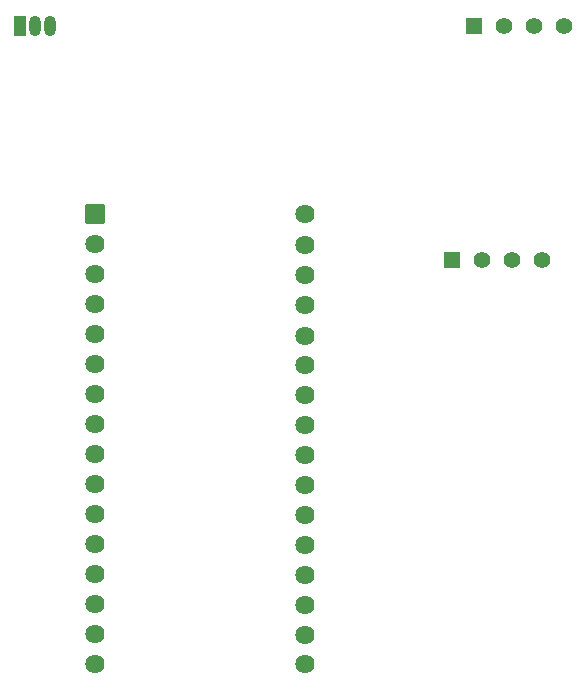
<source format=gbs>
G04 Layer: BottomSolderMaskLayer*
G04 EasyEDA Pro v2.1.59.0ce47373.225d47, 2024-05-28 20:03:57*
G04 Gerber Generator version 0.3*
G04 Scale: 100 percent, Rotated: No, Reflected: No*
G04 Dimensions in millimeters*
G04 Leading zeros omitted, absolute positions, 3 integers and 5 decimals*
%FSLAX35Y35*%
%MOMM*%
%AMRoundRect*1,1,$1,$2,$3*1,1,$1,$4,$5*1,1,$1,0-$2,0-$3*1,1,$1,0-$4,0-$5*20,1,$1,$2,$3,$4,$5,0*20,1,$1,$4,$5,0-$2,0-$3,0*20,1,$1,0-$2,0-$3,0-$4,0-$5,0*20,1,$1,0-$4,0-$5,$2,$3,0*4,1,4,$2,$3,$4,$5,0-$2,0-$3,0-$4,0-$5,$2,$3,0*%
%ADD10O,1.0016X1.7016*%
%ADD11RoundRect,0.09224X-0.45468X0.80468X0.45468X0.80468*%
%ADD12RoundRect,0.09562X-0.76499X0.76499X0.76499X0.76499*%
%ADD13C,1.6256*%
%ADD14C,1.397*%
%ADD15RoundRect,0.09471X0.65114X-0.65114X-0.65114X-0.65114*%
G75*


G04 Pad Start*
G54D10*
G01X-5435600Y8013700D03*
G01X-5562600Y8013700D03*
G54D11*
G01X-5689600Y8013700D03*
G54D12*
G01X-5054600Y6426200D03*
G54D13*
G01X-5054600Y6172200D03*
G01X-5054600Y5918200D03*
G01X-5054600Y5664200D03*
G01X-5054600Y5410200D03*
G01X-5054600Y5156200D03*
G01X-5054600Y4902200D03*
G01X-5054600Y4646026D03*
G01X-5054600Y4394200D03*
G01X-5054600Y4140200D03*
G01X-5054600Y3886200D03*
G01X-5054600Y3632200D03*
G01X-5054600Y3378200D03*
G01X-5054600Y2870200D03*
G01X-5054600Y2616200D03*
G01X-5054600Y3124200D03*
G01X-3276600Y2616200D03*
G01X-3276600Y6159657D03*
G01X-3276600Y5905657D03*
G01X-3276600Y5651657D03*
G01X-3276600Y5393450D03*
G01X-3276600Y5143657D03*
G01X-3276600Y4889657D03*
G01X-3276600Y4635657D03*
G01X-3276600Y4381657D03*
G01X-3276600Y4127657D03*
G01X-3276600Y3873657D03*
G01X-3276600Y3619657D03*
G01X-3276600Y3365657D03*
G01X-3276600Y3111657D03*
G01X-3276600Y2857657D03*
G01X-3276600Y6426200D03*
G54D14*
G01X-1079500Y8013700D03*
G01X-1333500Y8013700D03*
G01X-1587500Y8013700D03*
G54D15*
G01X-1841500Y8013700D03*
G54D14*
G01X-1270000Y6032500D03*
G01X-1524000Y6032500D03*
G01X-1778000Y6032500D03*
G54D15*
G01X-2032000Y6032500D03*
G04 Pad End*

M02*

</source>
